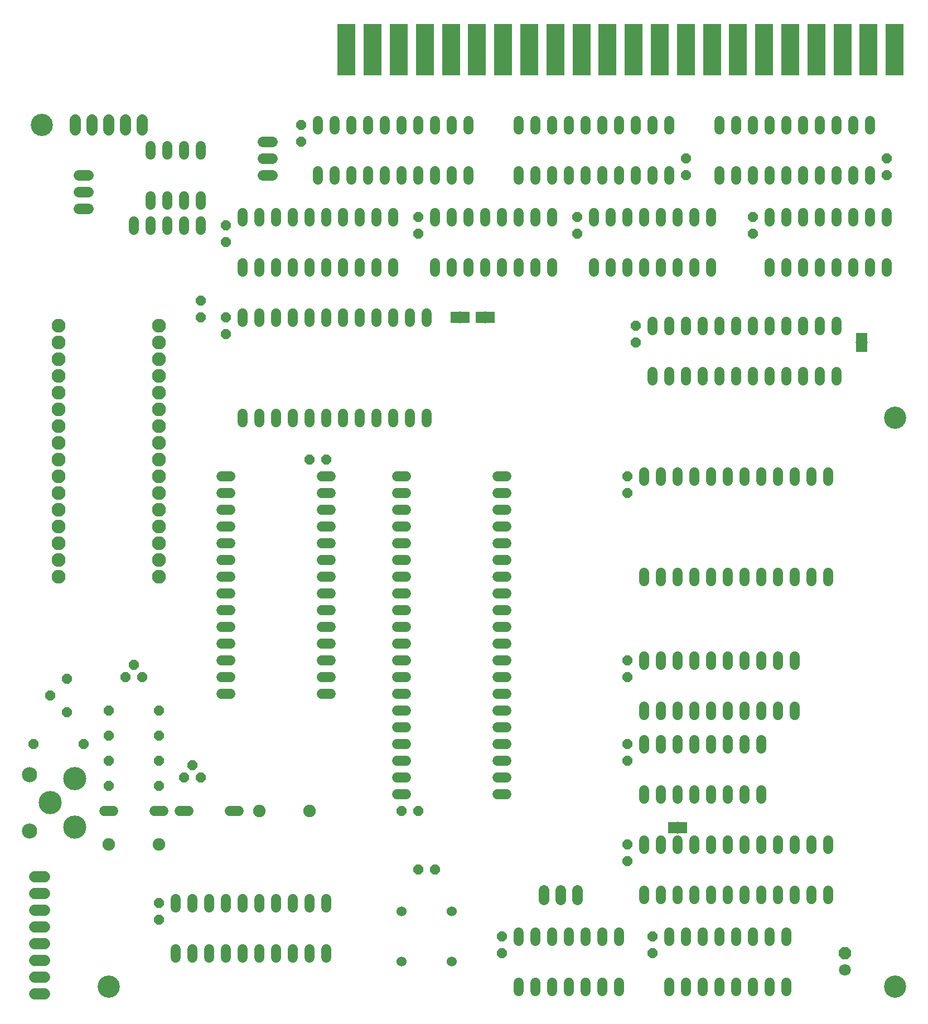
<source format=gbs>
G04 EAGLE Gerber RS-274X export*
G75*
%MOMM*%
%FSLAX34Y34*%
%LPD*%
%INSoldermask Bottom*%
%IPPOS*%
%AMOC8*
5,1,8,0,0,1.08239X$1,22.5*%
G01*
%ADD10C,3.378200*%
%ADD11C,1.524000*%
%ADD12P,1.649562X8X292.500000*%
%ADD13P,1.951982X8X112.500000*%
%ADD14C,1.803400*%
%ADD15R,2.743200X7.823200*%
%ADD16C,1.524000*%
%ADD17C,1.625600*%
%ADD18R,1.371600X1.803400*%
%ADD19R,0.152400X1.828800*%
%ADD20C,1.903200*%
%ADD21P,1.649562X8X22.500000*%
%ADD22P,1.649562X8X202.500000*%
%ADD23C,2.108200*%
%ADD24R,1.803400X1.371600*%
%ADD25R,1.828800X0.152400*%
%ADD26C,3.519200*%
%ADD27C,2.303200*%
%ADD28C,1.727200*%
%ADD29P,1.649562X8X112.500000*%


D10*
X1473200Y-546100D03*
X1473200Y317500D03*
X279400Y-546100D03*
X177800Y762000D03*
D11*
X1104900Y387604D02*
X1104900Y374396D01*
X1130300Y374396D02*
X1130300Y387604D01*
X1155700Y387604D02*
X1155700Y374396D01*
X1181100Y374396D02*
X1181100Y387604D01*
X1206500Y387604D02*
X1206500Y374396D01*
X1231900Y374396D02*
X1231900Y387604D01*
X1257300Y387604D02*
X1257300Y374396D01*
X1282700Y374396D02*
X1282700Y387604D01*
X1308100Y387604D02*
X1308100Y374396D01*
X1333500Y374396D02*
X1333500Y387604D01*
X1358900Y387604D02*
X1358900Y374396D01*
X1384300Y374396D02*
X1384300Y387604D01*
X1384300Y450596D02*
X1384300Y463804D01*
X1358900Y463804D02*
X1358900Y450596D01*
X1333500Y450596D02*
X1333500Y463804D01*
X1308100Y463804D02*
X1308100Y450596D01*
X1282700Y450596D02*
X1282700Y463804D01*
X1257300Y463804D02*
X1257300Y450596D01*
X1231900Y450596D02*
X1231900Y463804D01*
X1206500Y463804D02*
X1206500Y450596D01*
X1181100Y450596D02*
X1181100Y463804D01*
X1155700Y463804D02*
X1155700Y450596D01*
X1130300Y450596D02*
X1130300Y463804D01*
X1104900Y463804D02*
X1104900Y450596D01*
D12*
X1066800Y-50800D03*
X1066800Y-76200D03*
X1066800Y-177800D03*
X1066800Y-203200D03*
D13*
X1397000Y-495300D03*
D14*
X1397000Y-520700D03*
D15*
X1472692Y876300D03*
X1433068Y876300D03*
X1393444Y876300D03*
X1353820Y876300D03*
X1314196Y876300D03*
X1274572Y876300D03*
X1234948Y876300D03*
X1195324Y876300D03*
X1155700Y876300D03*
X1116076Y876300D03*
X1076452Y876300D03*
X1036828Y876300D03*
X997204Y876300D03*
X957580Y876300D03*
X917956Y876300D03*
X878332Y876300D03*
X838708Y876300D03*
X799084Y876300D03*
X759460Y876300D03*
X719836Y876300D03*
X680212Y876300D03*
X640588Y876300D03*
D11*
X1282700Y552704D02*
X1282700Y539496D01*
X1308100Y539496D02*
X1308100Y552704D01*
X1435100Y552704D02*
X1435100Y539496D01*
X1460500Y539496D02*
X1460500Y552704D01*
X1333500Y552704D02*
X1333500Y539496D01*
X1358900Y539496D02*
X1358900Y552704D01*
X1409700Y552704D02*
X1409700Y539496D01*
X1384300Y539496D02*
X1384300Y552704D01*
X1460500Y615696D02*
X1460500Y628904D01*
X1435100Y628904D02*
X1435100Y615696D01*
X1409700Y615696D02*
X1409700Y628904D01*
X1384300Y628904D02*
X1384300Y615696D01*
X1358900Y615696D02*
X1358900Y628904D01*
X1333500Y628904D02*
X1333500Y615696D01*
X1308100Y615696D02*
X1308100Y628904D01*
X1282700Y628904D02*
X1282700Y615696D01*
X1016000Y552704D02*
X1016000Y539496D01*
X1041400Y539496D02*
X1041400Y552704D01*
X1168400Y552704D02*
X1168400Y539496D01*
X1193800Y539496D02*
X1193800Y552704D01*
X1066800Y552704D02*
X1066800Y539496D01*
X1092200Y539496D02*
X1092200Y552704D01*
X1143000Y552704D02*
X1143000Y539496D01*
X1117600Y539496D02*
X1117600Y552704D01*
X1193800Y615696D02*
X1193800Y628904D01*
X1168400Y628904D02*
X1168400Y615696D01*
X1143000Y615696D02*
X1143000Y628904D01*
X1117600Y628904D02*
X1117600Y615696D01*
X1092200Y615696D02*
X1092200Y628904D01*
X1066800Y628904D02*
X1066800Y615696D01*
X1041400Y615696D02*
X1041400Y628904D01*
X1016000Y628904D02*
X1016000Y615696D01*
X774700Y552704D02*
X774700Y539496D01*
X800100Y539496D02*
X800100Y552704D01*
X927100Y552704D02*
X927100Y539496D01*
X952500Y539496D02*
X952500Y552704D01*
X825500Y552704D02*
X825500Y539496D01*
X850900Y539496D02*
X850900Y552704D01*
X901700Y552704D02*
X901700Y539496D01*
X876300Y539496D02*
X876300Y552704D01*
X952500Y615696D02*
X952500Y628904D01*
X927100Y628904D02*
X927100Y615696D01*
X901700Y615696D02*
X901700Y628904D01*
X876300Y628904D02*
X876300Y615696D01*
X850900Y615696D02*
X850900Y628904D01*
X825500Y628904D02*
X825500Y615696D01*
X800100Y615696D02*
X800100Y628904D01*
X774700Y628904D02*
X774700Y615696D01*
X482600Y324104D02*
X482600Y310896D01*
X508000Y310896D02*
X508000Y324104D01*
X533400Y324104D02*
X533400Y310896D01*
X558800Y310896D02*
X558800Y324104D01*
X584200Y324104D02*
X584200Y310896D01*
X609600Y310896D02*
X609600Y324104D01*
X635000Y324104D02*
X635000Y310896D01*
X660400Y310896D02*
X660400Y324104D01*
X685800Y324104D02*
X685800Y310896D01*
X711200Y310896D02*
X711200Y324104D01*
X736600Y324104D02*
X736600Y310896D01*
X762000Y310896D02*
X762000Y324104D01*
X762000Y463296D02*
X762000Y476504D01*
X736600Y476504D02*
X736600Y463296D01*
X711200Y463296D02*
X711200Y476504D01*
X685800Y476504D02*
X685800Y463296D01*
X660400Y463296D02*
X660400Y476504D01*
X635000Y476504D02*
X635000Y463296D01*
X609600Y463296D02*
X609600Y476504D01*
X584200Y476504D02*
X584200Y463296D01*
X558800Y463296D02*
X558800Y476504D01*
X533400Y476504D02*
X533400Y463296D01*
X508000Y463296D02*
X508000Y476504D01*
X482600Y476504D02*
X482600Y463296D01*
X717296Y228600D02*
X730504Y228600D01*
X730504Y203200D02*
X717296Y203200D01*
X717296Y76200D02*
X730504Y76200D01*
X730504Y50800D02*
X717296Y50800D01*
X717296Y177800D02*
X730504Y177800D01*
X730504Y152400D02*
X717296Y152400D01*
X717296Y101600D02*
X730504Y101600D01*
X730504Y127000D02*
X717296Y127000D01*
X717296Y25400D02*
X730504Y25400D01*
X730504Y0D02*
X717296Y0D01*
X717296Y-25400D02*
X730504Y-25400D01*
X730504Y-50800D02*
X717296Y-50800D01*
X717296Y-76200D02*
X730504Y-76200D01*
X730504Y-101600D02*
X717296Y-101600D01*
X717296Y-127000D02*
X730504Y-127000D01*
X730504Y-152400D02*
X717296Y-152400D01*
X717296Y-177800D02*
X730504Y-177800D01*
X730504Y-203200D02*
X717296Y-203200D01*
X717296Y-228600D02*
X730504Y-228600D01*
X730504Y-254000D02*
X717296Y-254000D01*
X869696Y-254000D02*
X882904Y-254000D01*
X882904Y-228600D02*
X869696Y-228600D01*
X869696Y-203200D02*
X882904Y-203200D01*
X882904Y-177800D02*
X869696Y-177800D01*
X869696Y-152400D02*
X882904Y-152400D01*
X882904Y-127000D02*
X869696Y-127000D01*
X869696Y-101600D02*
X882904Y-101600D01*
X882904Y-76200D02*
X869696Y-76200D01*
X869696Y-50800D02*
X882904Y-50800D01*
X882904Y-25400D02*
X869696Y-25400D01*
X869696Y0D02*
X882904Y0D01*
X882904Y25400D02*
X869696Y25400D01*
X869696Y50800D02*
X882904Y50800D01*
X882904Y76200D02*
X869696Y76200D01*
X869696Y101600D02*
X882904Y101600D01*
X882904Y127000D02*
X869696Y127000D01*
X869696Y152400D02*
X882904Y152400D01*
X882904Y177800D02*
X869696Y177800D01*
X869696Y203200D02*
X882904Y203200D01*
X882904Y228600D02*
X869696Y228600D01*
X1092200Y82804D02*
X1092200Y69596D01*
X1117600Y69596D02*
X1117600Y82804D01*
X1244600Y82804D02*
X1244600Y69596D01*
X1270000Y69596D02*
X1270000Y82804D01*
X1143000Y82804D02*
X1143000Y69596D01*
X1168400Y69596D02*
X1168400Y82804D01*
X1219200Y82804D02*
X1219200Y69596D01*
X1193800Y69596D02*
X1193800Y82804D01*
X1295400Y82804D02*
X1295400Y69596D01*
X1320800Y69596D02*
X1320800Y82804D01*
X1346200Y82804D02*
X1346200Y69596D01*
X1371600Y69596D02*
X1371600Y82804D01*
X1371600Y221996D02*
X1371600Y235204D01*
X1346200Y235204D02*
X1346200Y221996D01*
X1320800Y221996D02*
X1320800Y235204D01*
X1295400Y235204D02*
X1295400Y221996D01*
X1270000Y221996D02*
X1270000Y235204D01*
X1244600Y235204D02*
X1244600Y221996D01*
X1219200Y221996D02*
X1219200Y235204D01*
X1193800Y235204D02*
X1193800Y221996D01*
X1168400Y221996D02*
X1168400Y235204D01*
X1143000Y235204D02*
X1143000Y221996D01*
X1117600Y221996D02*
X1117600Y235204D01*
X1092200Y235204D02*
X1092200Y221996D01*
X1092200Y-120396D02*
X1092200Y-133604D01*
X1117600Y-133604D02*
X1117600Y-120396D01*
X1244600Y-120396D02*
X1244600Y-133604D01*
X1270000Y-133604D02*
X1270000Y-120396D01*
X1143000Y-120396D02*
X1143000Y-133604D01*
X1168400Y-133604D02*
X1168400Y-120396D01*
X1219200Y-120396D02*
X1219200Y-133604D01*
X1193800Y-133604D02*
X1193800Y-120396D01*
X1295400Y-120396D02*
X1295400Y-133604D01*
X1320800Y-133604D02*
X1320800Y-120396D01*
X1320800Y-57404D02*
X1320800Y-44196D01*
X1295400Y-44196D02*
X1295400Y-57404D01*
X1270000Y-57404D02*
X1270000Y-44196D01*
X1244600Y-44196D02*
X1244600Y-57404D01*
X1219200Y-57404D02*
X1219200Y-44196D01*
X1193800Y-44196D02*
X1193800Y-57404D01*
X1168400Y-57404D02*
X1168400Y-44196D01*
X1143000Y-44196D02*
X1143000Y-57404D01*
X1117600Y-57404D02*
X1117600Y-44196D01*
X1092200Y-44196D02*
X1092200Y-57404D01*
X1092200Y-247396D02*
X1092200Y-260604D01*
X1117600Y-260604D02*
X1117600Y-247396D01*
X1244600Y-247396D02*
X1244600Y-260604D01*
X1270000Y-260604D02*
X1270000Y-247396D01*
X1143000Y-247396D02*
X1143000Y-260604D01*
X1168400Y-260604D02*
X1168400Y-247396D01*
X1219200Y-247396D02*
X1219200Y-260604D01*
X1193800Y-260604D02*
X1193800Y-247396D01*
X1270000Y-184404D02*
X1270000Y-171196D01*
X1244600Y-171196D02*
X1244600Y-184404D01*
X1219200Y-184404D02*
X1219200Y-171196D01*
X1193800Y-171196D02*
X1193800Y-184404D01*
X1168400Y-184404D02*
X1168400Y-171196D01*
X1143000Y-171196D02*
X1143000Y-184404D01*
X1117600Y-184404D02*
X1117600Y-171196D01*
X1092200Y-171196D02*
X1092200Y-184404D01*
X1092200Y-399796D02*
X1092200Y-413004D01*
X1117600Y-413004D02*
X1117600Y-399796D01*
X1143000Y-399796D02*
X1143000Y-413004D01*
X1168400Y-413004D02*
X1168400Y-399796D01*
X1193800Y-399796D02*
X1193800Y-413004D01*
X1219200Y-413004D02*
X1219200Y-399796D01*
X1244600Y-399796D02*
X1244600Y-413004D01*
X1270000Y-413004D02*
X1270000Y-399796D01*
X1295400Y-399796D02*
X1295400Y-413004D01*
X1320800Y-413004D02*
X1320800Y-399796D01*
X1346200Y-399796D02*
X1346200Y-413004D01*
X1371600Y-413004D02*
X1371600Y-399796D01*
X1371600Y-336804D02*
X1371600Y-323596D01*
X1346200Y-323596D02*
X1346200Y-336804D01*
X1320800Y-336804D02*
X1320800Y-323596D01*
X1295400Y-323596D02*
X1295400Y-336804D01*
X1270000Y-336804D02*
X1270000Y-323596D01*
X1244600Y-323596D02*
X1244600Y-336804D01*
X1219200Y-336804D02*
X1219200Y-323596D01*
X1193800Y-323596D02*
X1193800Y-336804D01*
X1168400Y-336804D02*
X1168400Y-323596D01*
X1143000Y-323596D02*
X1143000Y-336804D01*
X1117600Y-336804D02*
X1117600Y-323596D01*
X1092200Y-323596D02*
X1092200Y-336804D01*
X1130300Y-539496D02*
X1130300Y-552704D01*
X1155700Y-552704D02*
X1155700Y-539496D01*
X1282700Y-539496D02*
X1282700Y-552704D01*
X1308100Y-552704D02*
X1308100Y-539496D01*
X1181100Y-539496D02*
X1181100Y-552704D01*
X1206500Y-552704D02*
X1206500Y-539496D01*
X1257300Y-539496D02*
X1257300Y-552704D01*
X1231900Y-552704D02*
X1231900Y-539496D01*
X1308100Y-476504D02*
X1308100Y-463296D01*
X1282700Y-463296D02*
X1282700Y-476504D01*
X1257300Y-476504D02*
X1257300Y-463296D01*
X1231900Y-463296D02*
X1231900Y-476504D01*
X1206500Y-476504D02*
X1206500Y-463296D01*
X1181100Y-463296D02*
X1181100Y-476504D01*
X1155700Y-476504D02*
X1155700Y-463296D01*
X1130300Y-463296D02*
X1130300Y-476504D01*
D16*
X723900Y-508000D03*
X800100Y-508000D03*
X800100Y-431800D03*
X723900Y-431800D03*
D11*
X901700Y-539496D02*
X901700Y-552704D01*
X927100Y-552704D02*
X927100Y-539496D01*
X1054100Y-539496D02*
X1054100Y-552704D01*
X1054100Y-476504D02*
X1054100Y-463296D01*
X952500Y-539496D02*
X952500Y-552704D01*
X977900Y-552704D02*
X977900Y-539496D01*
X1028700Y-539496D02*
X1028700Y-552704D01*
X1003300Y-552704D02*
X1003300Y-539496D01*
X1028700Y-476504D02*
X1028700Y-463296D01*
X1003300Y-463296D02*
X1003300Y-476504D01*
X977900Y-476504D02*
X977900Y-463296D01*
X952500Y-463296D02*
X952500Y-476504D01*
X927100Y-476504D02*
X927100Y-463296D01*
X901700Y-463296D02*
X901700Y-476504D01*
D17*
X939800Y-413512D02*
X939800Y-399288D01*
X965200Y-399288D02*
X965200Y-413512D01*
X990600Y-413512D02*
X990600Y-399288D01*
D18*
X1150620Y-304800D03*
X1135380Y-304800D03*
D19*
X1143000Y-304800D03*
D20*
X355600Y-330200D03*
X279400Y-330200D03*
D11*
X348996Y-279400D02*
X362204Y-279400D01*
X286004Y-279400D02*
X272796Y-279400D01*
X463296Y-279400D02*
X476504Y-279400D01*
X400304Y-279400D02*
X387096Y-279400D01*
D20*
X584200Y-279400D03*
X508000Y-279400D03*
D21*
X330200Y-76200D03*
X317500Y-57150D03*
X304800Y-76200D03*
X419100Y-228600D03*
X406400Y-209550D03*
X393700Y-228600D03*
X279400Y-127000D03*
X355600Y-127000D03*
D22*
X355600Y-165100D03*
X279400Y-165100D03*
X355600Y-203200D03*
X279400Y-203200D03*
D21*
X279400Y-241300D03*
X355600Y-241300D03*
D12*
X215900Y-128778D03*
X215900Y-78486D03*
X190500Y-103632D03*
D22*
X241300Y-177800D03*
X165100Y-177800D03*
D11*
X1435100Y755396D02*
X1435100Y768604D01*
X1409700Y768604D02*
X1409700Y755396D01*
X1282700Y755396D02*
X1282700Y768604D01*
X1257300Y768604D02*
X1257300Y755396D01*
X1384300Y755396D02*
X1384300Y768604D01*
X1358900Y768604D02*
X1358900Y755396D01*
X1308100Y755396D02*
X1308100Y768604D01*
X1333500Y768604D02*
X1333500Y755396D01*
X1231900Y755396D02*
X1231900Y768604D01*
X1206500Y768604D02*
X1206500Y755396D01*
X1206500Y692404D02*
X1206500Y679196D01*
X1231900Y679196D02*
X1231900Y692404D01*
X1257300Y692404D02*
X1257300Y679196D01*
X1282700Y679196D02*
X1282700Y692404D01*
X1308100Y692404D02*
X1308100Y679196D01*
X1333500Y679196D02*
X1333500Y692404D01*
X1358900Y692404D02*
X1358900Y679196D01*
X1384300Y679196D02*
X1384300Y692404D01*
X1409700Y692404D02*
X1409700Y679196D01*
X1435100Y679196D02*
X1435100Y692404D01*
X1130300Y755396D02*
X1130300Y768604D01*
X1104900Y768604D02*
X1104900Y755396D01*
X977900Y755396D02*
X977900Y768604D01*
X952500Y768604D02*
X952500Y755396D01*
X1079500Y755396D02*
X1079500Y768604D01*
X1054100Y768604D02*
X1054100Y755396D01*
X1003300Y755396D02*
X1003300Y768604D01*
X1028700Y768604D02*
X1028700Y755396D01*
X927100Y755396D02*
X927100Y768604D01*
X901700Y768604D02*
X901700Y755396D01*
X901700Y692404D02*
X901700Y679196D01*
X927100Y679196D02*
X927100Y692404D01*
X952500Y692404D02*
X952500Y679196D01*
X977900Y679196D02*
X977900Y692404D01*
X1003300Y692404D02*
X1003300Y679196D01*
X1028700Y679196D02*
X1028700Y692404D01*
X1054100Y692404D02*
X1054100Y679196D01*
X1079500Y679196D02*
X1079500Y692404D01*
X1104900Y692404D02*
X1104900Y679196D01*
X1130300Y679196D02*
X1130300Y692404D01*
D23*
X203200Y457200D03*
X203200Y431800D03*
X203200Y406400D03*
X203200Y381000D03*
X203200Y355600D03*
X203200Y330200D03*
X203200Y304800D03*
X203200Y279400D03*
X203200Y254000D03*
X203200Y228600D03*
X203200Y203200D03*
X203200Y177800D03*
X203200Y152400D03*
X203200Y127000D03*
X203200Y101600D03*
X203200Y76200D03*
X355600Y76200D03*
X355600Y101600D03*
X355600Y127000D03*
X355600Y152400D03*
X355600Y203200D03*
X355600Y228600D03*
X355600Y254000D03*
X355600Y279400D03*
X355600Y304800D03*
X355600Y330200D03*
X355600Y355600D03*
X355600Y381000D03*
X355600Y406400D03*
X355600Y431800D03*
X355600Y457200D03*
X355600Y177800D03*
D17*
X513588Y736600D02*
X527812Y736600D01*
X527812Y711200D02*
X513588Y711200D01*
X513588Y685800D02*
X527812Y685800D01*
D24*
X1422400Y439420D03*
X1422400Y424180D03*
D25*
X1422400Y431800D03*
D11*
X482600Y539496D02*
X482600Y552704D01*
X508000Y552704D02*
X508000Y539496D01*
X635000Y539496D02*
X635000Y552704D01*
X660400Y552704D02*
X660400Y539496D01*
X533400Y539496D02*
X533400Y552704D01*
X558800Y552704D02*
X558800Y539496D01*
X609600Y539496D02*
X609600Y552704D01*
X584200Y552704D02*
X584200Y539496D01*
X685800Y539496D02*
X685800Y552704D01*
X711200Y552704D02*
X711200Y539496D01*
X711200Y615696D02*
X711200Y628904D01*
X685800Y628904D02*
X685800Y615696D01*
X660400Y615696D02*
X660400Y628904D01*
X635000Y628904D02*
X635000Y615696D01*
X609600Y615696D02*
X609600Y628904D01*
X584200Y628904D02*
X584200Y615696D01*
X558800Y615696D02*
X558800Y628904D01*
X533400Y628904D02*
X533400Y615696D01*
X508000Y615696D02*
X508000Y628904D01*
X482600Y628904D02*
X482600Y615696D01*
X596900Y679196D02*
X596900Y692404D01*
X622300Y692404D02*
X622300Y679196D01*
X749300Y679196D02*
X749300Y692404D01*
X774700Y692404D02*
X774700Y679196D01*
X647700Y679196D02*
X647700Y692404D01*
X673100Y692404D02*
X673100Y679196D01*
X723900Y679196D02*
X723900Y692404D01*
X698500Y692404D02*
X698500Y679196D01*
X800100Y679196D02*
X800100Y692404D01*
X825500Y692404D02*
X825500Y679196D01*
X825500Y755396D02*
X825500Y768604D01*
X800100Y768604D02*
X800100Y755396D01*
X774700Y755396D02*
X774700Y768604D01*
X749300Y768604D02*
X749300Y755396D01*
X723900Y755396D02*
X723900Y768604D01*
X698500Y768604D02*
X698500Y755396D01*
X673100Y755396D02*
X673100Y768604D01*
X647700Y768604D02*
X647700Y755396D01*
X622300Y755396D02*
X622300Y768604D01*
X596900Y768604D02*
X596900Y755396D01*
D26*
X190500Y-266700D03*
X227500Y-229700D03*
X227500Y-303700D03*
D27*
X159500Y-224200D03*
X159500Y-309200D03*
D11*
X342900Y641096D02*
X342900Y654304D01*
X368300Y654304D02*
X368300Y641096D01*
X393700Y641096D02*
X393700Y654304D01*
X419100Y654304D02*
X419100Y641096D01*
X419100Y717296D02*
X419100Y730504D01*
X393700Y730504D02*
X393700Y717296D01*
X368300Y717296D02*
X368300Y730504D01*
X342900Y730504D02*
X342900Y717296D01*
X317500Y616204D02*
X317500Y602996D01*
X342900Y602996D02*
X342900Y616204D01*
X368300Y616204D02*
X368300Y602996D01*
X393700Y602996D02*
X393700Y616204D01*
X419100Y616204D02*
X419100Y602996D01*
D17*
X248412Y635000D02*
X234188Y635000D01*
X234188Y660400D02*
X248412Y660400D01*
X248412Y685800D02*
X234188Y685800D01*
D28*
X228600Y754380D02*
X228600Y769620D01*
X254000Y769620D02*
X254000Y754380D01*
X279400Y754380D02*
X279400Y769620D01*
X304800Y769620D02*
X304800Y754380D01*
X330200Y754380D02*
X330200Y769620D01*
D11*
X381000Y-488696D02*
X381000Y-501904D01*
X406400Y-501904D02*
X406400Y-488696D01*
X533400Y-488696D02*
X533400Y-501904D01*
X558800Y-501904D02*
X558800Y-488696D01*
X431800Y-488696D02*
X431800Y-501904D01*
X457200Y-501904D02*
X457200Y-488696D01*
X508000Y-488696D02*
X508000Y-501904D01*
X482600Y-501904D02*
X482600Y-488696D01*
X584200Y-488696D02*
X584200Y-501904D01*
X609600Y-501904D02*
X609600Y-488696D01*
X609600Y-425704D02*
X609600Y-412496D01*
X584200Y-412496D02*
X584200Y-425704D01*
X558800Y-425704D02*
X558800Y-412496D01*
X533400Y-412496D02*
X533400Y-425704D01*
X508000Y-425704D02*
X508000Y-412496D01*
X482600Y-412496D02*
X482600Y-425704D01*
X457200Y-425704D02*
X457200Y-412496D01*
X431800Y-412496D02*
X431800Y-425704D01*
X406400Y-425704D02*
X406400Y-412496D01*
X381000Y-412496D02*
X381000Y-425704D01*
D12*
X457200Y609600D03*
X457200Y584200D03*
X749300Y622300D03*
X749300Y596900D03*
X990600Y622300D03*
X990600Y596900D03*
X1257300Y622300D03*
X1257300Y596900D03*
X1079500Y457200D03*
X1079500Y431800D03*
X457200Y469900D03*
X457200Y444500D03*
D21*
X723900Y-279400D03*
X749300Y-279400D03*
D12*
X1066800Y228600D03*
X1066800Y203200D03*
D29*
X1460500Y685800D03*
X1460500Y711200D03*
D22*
X609600Y254000D03*
X584200Y254000D03*
D12*
X1104900Y-469900D03*
X1104900Y-495300D03*
X1066800Y-330200D03*
X1066800Y-355600D03*
X355600Y-419100D03*
X355600Y-444500D03*
D21*
X749300Y-368300D03*
X774700Y-368300D03*
D12*
X876300Y-469900D03*
X876300Y-495300D03*
D29*
X419100Y469900D03*
X419100Y495300D03*
D28*
X182372Y-378968D02*
X167132Y-378968D01*
X167132Y-404368D02*
X182372Y-404368D01*
X182372Y-429768D02*
X167132Y-429768D01*
X167132Y-455168D02*
X182372Y-455168D01*
X182372Y-480568D02*
X167132Y-480568D01*
X167132Y-505968D02*
X182372Y-505968D01*
X182372Y-531368D02*
X167132Y-531368D01*
X167132Y-556768D02*
X182372Y-556768D01*
D12*
X571500Y762000D03*
X571500Y736600D03*
D29*
X1155700Y685800D03*
X1155700Y711200D03*
D18*
X820420Y469900D03*
X805180Y469900D03*
D19*
X812800Y469900D03*
D18*
X858520Y469900D03*
X843280Y469900D03*
D19*
X850900Y469900D03*
D11*
X463804Y228600D02*
X450596Y228600D01*
X450596Y203200D02*
X463804Y203200D01*
X463804Y177800D02*
X450596Y177800D01*
X450596Y152400D02*
X463804Y152400D01*
X463804Y127000D02*
X450596Y127000D01*
X450596Y101600D02*
X463804Y101600D01*
X463804Y76200D02*
X450596Y76200D01*
X450596Y50800D02*
X463804Y50800D01*
X463804Y25400D02*
X450596Y25400D01*
X450596Y0D02*
X463804Y0D01*
X463804Y-25400D02*
X450596Y-25400D01*
X450596Y-50800D02*
X463804Y-50800D01*
X463804Y-76200D02*
X450596Y-76200D01*
X450596Y-101600D02*
X463804Y-101600D01*
X602996Y-101600D02*
X616204Y-101600D01*
X616204Y-76200D02*
X602996Y-76200D01*
X602996Y-50800D02*
X616204Y-50800D01*
X616204Y-25400D02*
X602996Y-25400D01*
X602996Y0D02*
X616204Y0D01*
X616204Y25400D02*
X602996Y25400D01*
X602996Y50800D02*
X616204Y50800D01*
X616204Y76200D02*
X602996Y76200D01*
X602996Y101600D02*
X616204Y101600D01*
X616204Y127000D02*
X602996Y127000D01*
X602996Y152400D02*
X616204Y152400D01*
X616204Y177800D02*
X602996Y177800D01*
X602996Y203200D02*
X616204Y203200D01*
X616204Y228600D02*
X602996Y228600D01*
M02*

</source>
